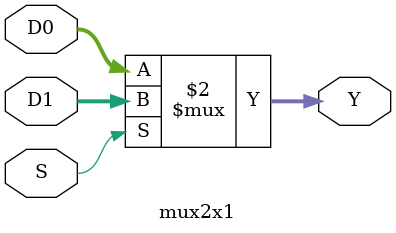
<source format=v>
module mux2x1 (
    input S,
    input [2:0] D0,
    input [2:0] D1,
    output [2:0] Y
);

    assign Y = (S == 1'b0) ? D0 : D1;
    
endmodule
</source>
